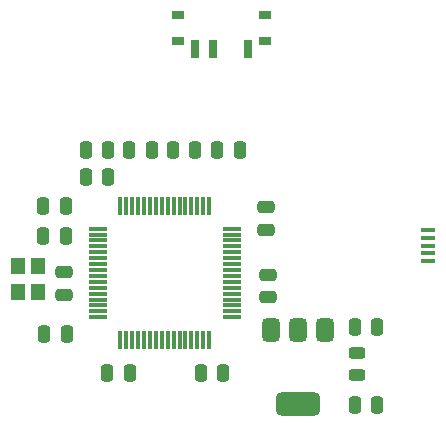
<source format=gbr>
%TF.GenerationSoftware,KiCad,Pcbnew,9.0.0*%
%TF.CreationDate,2025-04-21T09:04:46+10:00*%
%TF.ProjectId,SimplerFlight_v1,53696d70-6c65-4724-966c-696768745f76,rev?*%
%TF.SameCoordinates,Original*%
%TF.FileFunction,Paste,Top*%
%TF.FilePolarity,Positive*%
%FSLAX46Y46*%
G04 Gerber Fmt 4.6, Leading zero omitted, Abs format (unit mm)*
G04 Created by KiCad (PCBNEW 9.0.0) date 2025-04-21 09:04:46*
%MOMM*%
%LPD*%
G01*
G04 APERTURE LIST*
G04 Aperture macros list*
%AMRoundRect*
0 Rectangle with rounded corners*
0 $1 Rounding radius*
0 $2 $3 $4 $5 $6 $7 $8 $9 X,Y pos of 4 corners*
0 Add a 4 corners polygon primitive as box body*
4,1,4,$2,$3,$4,$5,$6,$7,$8,$9,$2,$3,0*
0 Add four circle primitives for the rounded corners*
1,1,$1+$1,$2,$3*
1,1,$1+$1,$4,$5*
1,1,$1+$1,$6,$7*
1,1,$1+$1,$8,$9*
0 Add four rect primitives between the rounded corners*
20,1,$1+$1,$2,$3,$4,$5,0*
20,1,$1+$1,$4,$5,$6,$7,0*
20,1,$1+$1,$6,$7,$8,$9,0*
20,1,$1+$1,$8,$9,$2,$3,0*%
G04 Aperture macros list end*
%ADD10RoundRect,0.250000X-0.475000X0.250000X-0.475000X-0.250000X0.475000X-0.250000X0.475000X0.250000X0*%
%ADD11RoundRect,0.250000X-0.250000X-0.475000X0.250000X-0.475000X0.250000X0.475000X-0.250000X0.475000X0*%
%ADD12RoundRect,0.075000X-0.700000X-0.075000X0.700000X-0.075000X0.700000X0.075000X-0.700000X0.075000X0*%
%ADD13RoundRect,0.075000X-0.075000X-0.700000X0.075000X-0.700000X0.075000X0.700000X-0.075000X0.700000X0*%
%ADD14RoundRect,0.375000X-0.375000X0.625000X-0.375000X-0.625000X0.375000X-0.625000X0.375000X0.625000X0*%
%ADD15RoundRect,0.500000X-1.400000X0.500000X-1.400000X-0.500000X1.400000X-0.500000X1.400000X0.500000X0*%
%ADD16RoundRect,0.250000X0.250000X0.475000X-0.250000X0.475000X-0.250000X-0.475000X0.250000X-0.475000X0*%
%ADD17RoundRect,0.243750X0.456250X-0.243750X0.456250X0.243750X-0.456250X0.243750X-0.456250X-0.243750X0*%
%ADD18R,1.300000X0.450000*%
%ADD19R,1.000000X0.800000*%
%ADD20R,0.700000X1.500000*%
%ADD21RoundRect,0.250000X0.475000X-0.250000X0.475000X0.250000X-0.475000X0.250000X-0.475000X-0.250000X0*%
%ADD22R,1.200000X1.400000*%
G04 APERTURE END LIST*
D10*
%TO.C,C11*%
X107450000Y-82200000D03*
X107450000Y-84100000D03*
%TD*%
D11*
%TO.C,C6*%
X109300000Y-74100000D03*
X111200000Y-74100000D03*
%TD*%
%TO.C,C1*%
X109300000Y-71850000D03*
X111200000Y-71850000D03*
%TD*%
D12*
%TO.C,U2*%
X110325000Y-78500000D03*
X110325000Y-79000000D03*
X110325000Y-79500000D03*
X110325000Y-80000000D03*
X110325000Y-80500000D03*
X110325000Y-81000000D03*
X110325000Y-81500000D03*
X110325000Y-82000000D03*
X110325000Y-82500000D03*
X110325000Y-83000000D03*
X110325000Y-83500000D03*
X110325000Y-84000000D03*
X110325000Y-84500000D03*
X110325000Y-85000000D03*
X110325000Y-85500000D03*
X110325000Y-86000000D03*
D13*
X112250000Y-87925000D03*
X112750000Y-87925000D03*
X113250000Y-87925000D03*
X113750000Y-87925000D03*
X114250000Y-87925000D03*
X114750000Y-87925000D03*
X115250000Y-87925000D03*
X115750000Y-87925000D03*
X116250000Y-87925000D03*
X116750000Y-87925000D03*
X117250000Y-87925000D03*
X117750000Y-87925000D03*
X118250000Y-87925000D03*
X118750000Y-87925000D03*
X119250000Y-87925000D03*
X119750000Y-87925000D03*
D12*
X121675000Y-86000000D03*
X121675000Y-85500000D03*
X121675000Y-85000000D03*
X121675000Y-84500000D03*
X121675000Y-84000000D03*
X121675000Y-83500000D03*
X121675000Y-83000000D03*
X121675000Y-82500000D03*
X121675000Y-82000000D03*
X121675000Y-81500000D03*
X121675000Y-81000000D03*
X121675000Y-80500000D03*
X121675000Y-80000000D03*
X121675000Y-79500000D03*
X121675000Y-79000000D03*
X121675000Y-78500000D03*
D13*
X119750000Y-76575000D03*
X119250000Y-76575000D03*
X118750000Y-76575000D03*
X118250000Y-76575000D03*
X117750000Y-76575000D03*
X117250000Y-76575000D03*
X116750000Y-76575000D03*
X116250000Y-76575000D03*
X115750000Y-76575000D03*
X115250000Y-76575000D03*
X114750000Y-76575000D03*
X114250000Y-76575000D03*
X113750000Y-76575000D03*
X113250000Y-76575000D03*
X112750000Y-76575000D03*
X112250000Y-76575000D03*
%TD*%
D14*
%TO.C,U1*%
X129600000Y-87050000D03*
X127300000Y-87050000D03*
D15*
X127300000Y-93350000D03*
D14*
X125000000Y-87050000D03*
%TD*%
D16*
%TO.C,R3*%
X114900000Y-71850000D03*
X113000000Y-71850000D03*
%TD*%
%TO.C,C5*%
X107600000Y-76600000D03*
X105700000Y-76600000D03*
%TD*%
D17*
%TO.C,D1*%
X132300000Y-90887500D03*
X132300000Y-89012500D03*
%TD*%
D11*
%TO.C,C8*%
X132100000Y-86800000D03*
X134000000Y-86800000D03*
%TD*%
D10*
%TO.C,C2*%
X124600000Y-76700000D03*
X124600000Y-78600000D03*
%TD*%
D16*
%TO.C,C3*%
X113050000Y-90750000D03*
X111150000Y-90750000D03*
%TD*%
%TO.C,C4*%
X120950000Y-90750000D03*
X119050000Y-90750000D03*
%TD*%
%TO.C,R4*%
X118600000Y-71850000D03*
X116700000Y-71850000D03*
%TD*%
%TO.C,C9*%
X107700000Y-87400000D03*
X105800000Y-87400000D03*
%TD*%
D18*
%TO.C,J1*%
X138295000Y-81250000D03*
X138295000Y-80600000D03*
X138295000Y-79950000D03*
X138295000Y-79300000D03*
X138295000Y-78650000D03*
%TD*%
D19*
%TO.C,SW1*%
X124450000Y-62610000D03*
X124450000Y-60400000D03*
X117150000Y-62610000D03*
X117150000Y-60400000D03*
D20*
X123050000Y-63260000D03*
X120050000Y-63260000D03*
X118550000Y-63260000D03*
%TD*%
D21*
%TO.C,C7*%
X124700000Y-84300000D03*
X124700000Y-82400000D03*
%TD*%
D16*
%TO.C,C10*%
X107600000Y-79125000D03*
X105700000Y-79125000D03*
%TD*%
%TO.C,R2*%
X122350000Y-71800000D03*
X120450000Y-71800000D03*
%TD*%
D22*
%TO.C,Y1*%
X103550000Y-81650000D03*
X103550000Y-83850000D03*
X105250000Y-83850000D03*
X105250000Y-81650000D03*
%TD*%
D11*
%TO.C,R1*%
X132100000Y-93450000D03*
X134000000Y-93450000D03*
%TD*%
M02*

</source>
